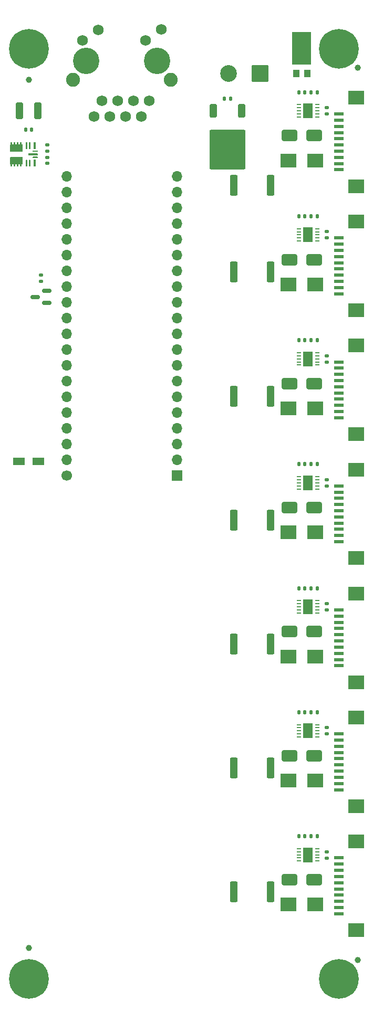
<source format=gts>
G04 #@! TF.GenerationSoftware,KiCad,Pcbnew,7.0.11*
G04 #@! TF.CreationDate,2024-07-26T17:39:16-04:00*
G04 #@! TF.ProjectId,cluster-pcb,636c7573-7465-4722-9d70-63622e6b6963,1.0*
G04 #@! TF.SameCoordinates,Original*
G04 #@! TF.FileFunction,Soldermask,Top*
G04 #@! TF.FilePolarity,Negative*
%FSLAX46Y46*%
G04 Gerber Fmt 4.6, Leading zero omitted, Abs format (unit mm)*
G04 Created by KiCad (PCBNEW 7.0.11) date 2024-07-26 17:39:16*
%MOMM*%
%LPD*%
G01*
G04 APERTURE LIST*
G04 Aperture macros list*
%AMRoundRect*
0 Rectangle with rounded corners*
0 $1 Rounding radius*
0 $2 $3 $4 $5 $6 $7 $8 $9 X,Y pos of 4 corners*
0 Add a 4 corners polygon primitive as box body*
4,1,4,$2,$3,$4,$5,$6,$7,$8,$9,$2,$3,0*
0 Add four circle primitives for the rounded corners*
1,1,$1+$1,$2,$3*
1,1,$1+$1,$4,$5*
1,1,$1+$1,$6,$7*
1,1,$1+$1,$8,$9*
0 Add four rect primitives between the rounded corners*
20,1,$1+$1,$2,$3,$4,$5,0*
20,1,$1+$1,$4,$5,$6,$7,0*
20,1,$1+$1,$6,$7,$8,$9,0*
20,1,$1+$1,$8,$9,$2,$3,0*%
G04 Aperture macros list end*
%ADD10C,1.000000*%
%ADD11R,2.600000X2.300000*%
%ADD12R,1.500000X0.600000*%
%ADD13RoundRect,0.250000X-0.362500X-1.425000X0.362500X-1.425000X0.362500X1.425000X-0.362500X1.425000X0*%
%ADD14RoundRect,0.135000X0.185000X-0.135000X0.185000X0.135000X-0.185000X0.135000X-0.185000X-0.135000X0*%
%ADD15RoundRect,0.250000X-0.325000X-1.100000X0.325000X-1.100000X0.325000X1.100000X-0.325000X1.100000X0*%
%ADD16R,2.500000X2.300000*%
%ADD17RoundRect,0.140000X-0.140000X-0.170000X0.140000X-0.170000X0.140000X0.170000X-0.140000X0.170000X0*%
%ADD18R,0.711200X0.254000*%
%ADD19R,1.600200X2.387600*%
%ADD20RoundRect,0.135000X-0.185000X0.135000X-0.185000X-0.135000X0.185000X-0.135000X0.185000X0.135000X0*%
%ADD21RoundRect,0.150000X0.587500X0.150000X-0.587500X0.150000X-0.587500X-0.150000X0.587500X-0.150000X0*%
%ADD22RoundRect,0.250000X-1.000000X-0.650000X1.000000X-0.650000X1.000000X0.650000X-1.000000X0.650000X0*%
%ADD23RoundRect,0.140000X0.140000X0.170000X-0.140000X0.170000X-0.140000X-0.170000X0.140000X-0.170000X0*%
%ADD24RoundRect,0.102000X1.250000X1.250000X-1.250000X1.250000X-1.250000X-1.250000X1.250000X-1.250000X0*%
%ADD25C,2.704000*%
%ADD26C,6.400000*%
%ADD27RoundRect,0.140000X-0.170000X0.140000X-0.170000X-0.140000X0.170000X-0.140000X0.170000X0.140000X0*%
%ADD28C,2.250000*%
%ADD29C,1.750000*%
%ADD30C,4.250000*%
%ADD31R,1.700000X1.700000*%
%ADD32O,1.700000X1.700000*%
%ADD33C,1.700000*%
%ADD34RoundRect,0.250000X-0.350000X0.850000X-0.350000X-0.850000X0.350000X-0.850000X0.350000X0.850000X0*%
%ADD35RoundRect,0.249997X-2.650003X2.950003X-2.650003X-2.950003X2.650003X-2.950003X2.650003X2.950003X0*%
%ADD36RoundRect,0.102000X0.840000X0.505000X-0.840000X0.505000X-0.840000X-0.505000X0.840000X-0.505000X0*%
%ADD37RoundRect,0.135000X-0.135000X-0.185000X0.135000X-0.185000X0.135000X0.185000X-0.135000X0.185000X0*%
%ADD38R,3.098800X5.207000*%
%ADD39R,0.990600X1.143000*%
%ADD40RoundRect,0.140000X0.170000X-0.140000X0.170000X0.140000X-0.170000X0.140000X-0.170000X-0.140000X0*%
G04 APERTURE END LIST*
G36*
X78549500Y-41700001D02*
G01*
X78549500Y-42699999D01*
X78499500Y-42749999D01*
X78224500Y-42749999D01*
X78174500Y-42699999D01*
X78174500Y-41700001D01*
X78224500Y-41649999D01*
X78499500Y-41649999D01*
X78549500Y-41700001D01*
G37*
G36*
X77675001Y-41700001D02*
G01*
X77675001Y-42699999D01*
X77624999Y-42749999D01*
X77474999Y-42749999D01*
X77424999Y-42699999D01*
X77424999Y-41700001D01*
X77474999Y-41649999D01*
X77624999Y-41649999D01*
X77675001Y-41700001D01*
G37*
G36*
X77175000Y-41700001D02*
G01*
X77175000Y-42699999D01*
X77125000Y-42749999D01*
X76975000Y-42749999D01*
X76925000Y-42699999D01*
X76925000Y-41700001D01*
X76975000Y-41650001D01*
X77125000Y-41650001D01*
X77175000Y-41700001D01*
G37*
G36*
X78850000Y-43025000D02*
G01*
X78850000Y-43175000D01*
X78799998Y-43224999D01*
X78099999Y-43224999D01*
X78049999Y-43175000D01*
X78049999Y-43025000D01*
X78099999Y-42975000D01*
X78799998Y-42975000D01*
X78850000Y-43025000D01*
G37*
G36*
X78849500Y-43500000D02*
G01*
X78849500Y-43700000D01*
X78799500Y-43750000D01*
X77374499Y-43750000D01*
X77324499Y-43700000D01*
X77324499Y-43500000D01*
X77374499Y-43450000D01*
X78799500Y-43450000D01*
X78849500Y-43500000D01*
G37*
G36*
X78849998Y-44025000D02*
G01*
X78849998Y-44175000D01*
X78799998Y-44225000D01*
X78099999Y-44225000D01*
X78049999Y-44175000D01*
X78049999Y-44025000D01*
X78099999Y-43975001D01*
X78799998Y-43975001D01*
X78849998Y-44025000D01*
G37*
G36*
X77675001Y-44500001D02*
G01*
X77675001Y-45499999D01*
X77624999Y-45550001D01*
X77474999Y-45550001D01*
X77424999Y-45499999D01*
X77424999Y-44500001D01*
X77474999Y-44450001D01*
X77624999Y-44450001D01*
X77675001Y-44500001D01*
G37*
G36*
X77175000Y-44500001D02*
G01*
X77175000Y-45499999D01*
X77125000Y-45549999D01*
X76975000Y-45549999D01*
X76925000Y-45499999D01*
X76925000Y-44500001D01*
X76975000Y-44450001D01*
X77125000Y-44450001D01*
X77175000Y-44500001D01*
G37*
G36*
X78549500Y-44500001D02*
G01*
X78549500Y-45499999D01*
X78499500Y-45550001D01*
X78224500Y-45550001D01*
X78174500Y-45499999D01*
X78174500Y-44500001D01*
X78224500Y-44450001D01*
X78499500Y-44450001D01*
X78549500Y-44500001D01*
G37*
G36*
X74725000Y-41700001D02*
G01*
X74725000Y-41974999D01*
X74774999Y-42024999D01*
X74924999Y-42024999D01*
X74975002Y-41974999D01*
X74974999Y-41700001D01*
X75024999Y-41649999D01*
X75175001Y-41649999D01*
X75224999Y-41700001D01*
X75225001Y-41974999D01*
X75275001Y-42024999D01*
X75425001Y-42024999D01*
X75475001Y-41974999D01*
X75475001Y-41700001D01*
X75525000Y-41649999D01*
X75675000Y-41649999D01*
X75725000Y-41700001D01*
X75725000Y-41974999D01*
X75775000Y-42024999D01*
X75925002Y-42025002D01*
X75975000Y-41974999D01*
X75975002Y-41700001D01*
X76024999Y-41649999D01*
X76175002Y-41649999D01*
X76224999Y-41700001D01*
X76225002Y-41975002D01*
X76275002Y-42024999D01*
X76375027Y-42025004D01*
X76424999Y-42074999D01*
X76424989Y-43100001D01*
X76374999Y-43150001D01*
X74425003Y-43150003D01*
X74375000Y-43100004D01*
X74375000Y-42075002D01*
X74425003Y-42024999D01*
X74425000Y-42024999D01*
X74475000Y-41974999D01*
X74475000Y-41700001D01*
X74525000Y-41649999D01*
X74675000Y-41649999D01*
X74725000Y-41700001D01*
G37*
G36*
X76374999Y-44049999D02*
G01*
X76424994Y-44099999D01*
X76424999Y-45125001D01*
X76375022Y-45174996D01*
X76275002Y-45175001D01*
X76224999Y-45224998D01*
X76224999Y-45499999D01*
X76174999Y-45550001D01*
X76024999Y-45550001D01*
X75975002Y-45499999D01*
X75975000Y-45225001D01*
X75925002Y-45175001D01*
X75775000Y-45175001D01*
X75725000Y-45225001D01*
X75725000Y-45499999D01*
X75675000Y-45550001D01*
X75525000Y-45549999D01*
X75475001Y-45499999D01*
X75475001Y-45225001D01*
X75425001Y-45175001D01*
X75275001Y-45175001D01*
X75225001Y-45225001D01*
X75224999Y-45499999D01*
X75175001Y-45550001D01*
X75024999Y-45550001D01*
X74974999Y-45499999D01*
X74974999Y-45225001D01*
X74924999Y-45175001D01*
X74774999Y-45175001D01*
X74725000Y-45225001D01*
X74725000Y-45499999D01*
X74675000Y-45550001D01*
X74525000Y-45549999D01*
X74475000Y-45499999D01*
X74475000Y-45225001D01*
X74425000Y-45175001D01*
X74425003Y-45175001D01*
X74375000Y-45125001D01*
X74375000Y-44099999D01*
X74425003Y-44049997D01*
X76374999Y-44049999D01*
G37*
D10*
X77400000Y-31600000D03*
D11*
X130150000Y-134450000D03*
X130150000Y-148750000D03*
D12*
X127400000Y-146100000D03*
X127400000Y-145099999D03*
X127400000Y-144099999D03*
X127400000Y-143099998D03*
X127400000Y-142099998D03*
X127400000Y-141100000D03*
X127400000Y-140099999D03*
X127400000Y-139099999D03*
X127400000Y-138099998D03*
X127400000Y-137099998D03*
D13*
X110437500Y-142600000D03*
X116362500Y-142600000D03*
D14*
X125400000Y-57110000D03*
X125400000Y-56090000D03*
D15*
X75925000Y-36600000D03*
X78875000Y-36600000D03*
D14*
X125400000Y-137110000D03*
X125400000Y-136090000D03*
D16*
X123550000Y-44600000D03*
X119250000Y-44600000D03*
D17*
X120920000Y-73600000D03*
X121880000Y-73600000D03*
D14*
X125400000Y-157110000D03*
X125400000Y-156090000D03*
D18*
X120901400Y-35599999D03*
X120901400Y-36100001D03*
X120901400Y-36600000D03*
X120901400Y-37099999D03*
X120901400Y-37600001D03*
X123898600Y-37600001D03*
X123898600Y-37099999D03*
X123898600Y-36600000D03*
X123898600Y-36100001D03*
X123898600Y-35599999D03*
D19*
X122400000Y-36600000D03*
D20*
X79400000Y-63090000D03*
X79400000Y-64110000D03*
D21*
X80337500Y-67550000D03*
X80337500Y-65650000D03*
X78462500Y-66600000D03*
D11*
X130150000Y-34450000D03*
X130150000Y-48750000D03*
D12*
X127400000Y-46100000D03*
X127400000Y-45099999D03*
X127400000Y-44099999D03*
X127400000Y-43099998D03*
X127400000Y-42099998D03*
X127400000Y-41100000D03*
X127400000Y-40099999D03*
X127400000Y-39099999D03*
X127400000Y-38099998D03*
X127400000Y-37099998D03*
D13*
X110437500Y-102600000D03*
X116362500Y-102600000D03*
D22*
X119400000Y-140600000D03*
X123400000Y-140600000D03*
D17*
X120920000Y-53600000D03*
X121880000Y-53600000D03*
D23*
X123880000Y-153600000D03*
X122920000Y-153600000D03*
D24*
X114652500Y-30600000D03*
D25*
X109572500Y-30600000D03*
D17*
X120920000Y-113600000D03*
X121880000Y-113600000D03*
X120920000Y-93600000D03*
X121880000Y-93600000D03*
D16*
X123550000Y-84600000D03*
X119250000Y-84600000D03*
D26*
X127400000Y-176600000D03*
D18*
X120901400Y-95599999D03*
X120901400Y-96100001D03*
X120901400Y-96600000D03*
X120901400Y-97099999D03*
X120901400Y-97600001D03*
X123898600Y-97600001D03*
X123898600Y-97099999D03*
X123898600Y-96600000D03*
X123898600Y-96100001D03*
X123898600Y-95599999D03*
D19*
X122400000Y-96600000D03*
D17*
X120920000Y-153600000D03*
X121880000Y-153600000D03*
D13*
X110437500Y-48600000D03*
X116362500Y-48600000D03*
D18*
X120901400Y-115599999D03*
X120901400Y-116100001D03*
X120901400Y-116600000D03*
X120901400Y-117099999D03*
X120901400Y-117600001D03*
X123898600Y-117600001D03*
X123898600Y-117099999D03*
X123898600Y-116600000D03*
X123898600Y-116100001D03*
X123898600Y-115599999D03*
D19*
X122400000Y-116600000D03*
D14*
X125400000Y-117110000D03*
X125400000Y-116090000D03*
X125400000Y-37110000D03*
X125400000Y-36090000D03*
D18*
X120901400Y-135599999D03*
X120901400Y-136100001D03*
X120901400Y-136600000D03*
X120901400Y-137099999D03*
X120901400Y-137600001D03*
X123898600Y-137600001D03*
X123898600Y-137099999D03*
X123898600Y-136600000D03*
X123898600Y-136100001D03*
X123898600Y-135599999D03*
D19*
X122400000Y-136600000D03*
D11*
X130150000Y-54450000D03*
X130150000Y-68750000D03*
D12*
X127400000Y-66100000D03*
X127400000Y-65099999D03*
X127400000Y-64099999D03*
X127400000Y-63099998D03*
X127400000Y-62099998D03*
X127400000Y-61100000D03*
X127400000Y-60099999D03*
X127400000Y-59099999D03*
X127400000Y-58099998D03*
X127400000Y-57099998D03*
D11*
X130150000Y-114450000D03*
X130150000Y-128750000D03*
D12*
X127400000Y-126100000D03*
X127400000Y-125099999D03*
X127400000Y-124099999D03*
X127400000Y-123099998D03*
X127400000Y-122099998D03*
X127400000Y-121100000D03*
X127400000Y-120099999D03*
X127400000Y-119099999D03*
X127400000Y-118099998D03*
X127400000Y-117099998D03*
D13*
X110437500Y-122600000D03*
X116362500Y-122600000D03*
D23*
X123880000Y-113600000D03*
X122920000Y-113600000D03*
D27*
X80400000Y-42120000D03*
X80400000Y-43080000D03*
D23*
X123880000Y-53600000D03*
X122920000Y-53600000D03*
D28*
X100274998Y-31612500D03*
D29*
X98725000Y-23482500D03*
D30*
X98115000Y-28562500D03*
D29*
X96845000Y-34932500D03*
X96185000Y-25202500D03*
X95575000Y-37472500D03*
X94305000Y-34932500D03*
X93035000Y-37472500D03*
X91765000Y-34932500D03*
X90495000Y-37472500D03*
X89225000Y-34932500D03*
X88615000Y-23502500D03*
X87955000Y-37472500D03*
D30*
X86685000Y-28562500D03*
D29*
X86075000Y-25202500D03*
D28*
X84525002Y-31612500D03*
D31*
X101290000Y-95462500D03*
D32*
X101290000Y-92922500D03*
X101290000Y-90382500D03*
X101290000Y-87842500D03*
X101290000Y-85302500D03*
X101290000Y-82762500D03*
X101290000Y-80222500D03*
X101290000Y-77682500D03*
X101290000Y-75142500D03*
X101290000Y-72602500D03*
X101290000Y-70062500D03*
X101290000Y-67522500D03*
X101290000Y-64982500D03*
X101290000Y-62442500D03*
X101290000Y-59902500D03*
X101290000Y-57362500D03*
X101290000Y-54822500D03*
X101290000Y-52282500D03*
X101290000Y-49742500D03*
X101290000Y-47202500D03*
X83510000Y-47202500D03*
X83510000Y-49742500D03*
X83510000Y-52282500D03*
X83510000Y-54822500D03*
X83510000Y-57362500D03*
X83510000Y-59902500D03*
X83510000Y-62442500D03*
X83510000Y-64982500D03*
X83510000Y-67522500D03*
X83510000Y-70062500D03*
X83510000Y-72602500D03*
X83510000Y-75142500D03*
X83510000Y-77682500D03*
X83510000Y-80222500D03*
X83510000Y-82762500D03*
X83510000Y-85302500D03*
X83510000Y-87842500D03*
X83510000Y-90382500D03*
X83510000Y-92922500D03*
D33*
X83510000Y-95462500D03*
D34*
X111680000Y-36560000D03*
D35*
X109400000Y-42860000D03*
D34*
X107120000Y-36560000D03*
D16*
X123550000Y-144600000D03*
X119250000Y-144600000D03*
D22*
X119400000Y-160600000D03*
X123400000Y-160600000D03*
D18*
X120901400Y-155599999D03*
X120901400Y-156100001D03*
X120901400Y-156600000D03*
X120901400Y-157099999D03*
X120901400Y-157600001D03*
X123898600Y-157600001D03*
X123898600Y-157099999D03*
X123898600Y-156600000D03*
X123898600Y-156100001D03*
X123898600Y-155599999D03*
D19*
X122400000Y-156600000D03*
D36*
X78970000Y-93100000D03*
X75830000Y-93100000D03*
D17*
X120920000Y-33600000D03*
X121880000Y-33600000D03*
D23*
X123880000Y-133600000D03*
X122920000Y-133600000D03*
D11*
X130150000Y-154450000D03*
X130150000Y-168750000D03*
D12*
X127400000Y-166100000D03*
X127400000Y-165099999D03*
X127400000Y-164099999D03*
X127400000Y-163099998D03*
X127400000Y-162099998D03*
X127400000Y-161100000D03*
X127400000Y-160099999D03*
X127400000Y-159099999D03*
X127400000Y-158099998D03*
X127400000Y-157099998D03*
D18*
X120901400Y-75599999D03*
X120901400Y-76100001D03*
X120901400Y-76600000D03*
X120901400Y-77099999D03*
X120901400Y-77600001D03*
X123898600Y-77600001D03*
X123898600Y-77099999D03*
X123898600Y-76600000D03*
X123898600Y-76100001D03*
X123898600Y-75599999D03*
D19*
X122400000Y-76600000D03*
D17*
X76920000Y-39600000D03*
X77880000Y-39600000D03*
D22*
X119400000Y-100600000D03*
X123400000Y-100600000D03*
D26*
X77400000Y-26600000D03*
D13*
X110437500Y-82600000D03*
X116362500Y-82600000D03*
D18*
X120901400Y-55599999D03*
X120901400Y-56100001D03*
X120901400Y-56600000D03*
X120901400Y-57099999D03*
X120901400Y-57600001D03*
X123898600Y-57600001D03*
X123898600Y-57099999D03*
X123898600Y-56600000D03*
X123898600Y-56100001D03*
X123898600Y-55599999D03*
D19*
X122400000Y-56600000D03*
D22*
X119400000Y-40600000D03*
X123400000Y-40600000D03*
D14*
X125400000Y-77110000D03*
X125400000Y-76090000D03*
D23*
X123880000Y-93600000D03*
X122920000Y-93600000D03*
D22*
X119400000Y-60600000D03*
X123400000Y-60600000D03*
D16*
X123550000Y-164600000D03*
X119250000Y-164600000D03*
D22*
X119400000Y-80600000D03*
X123400000Y-80600000D03*
D37*
X108890000Y-34600000D03*
X109910000Y-34600000D03*
D13*
X110437500Y-62600000D03*
X116362500Y-62600000D03*
D10*
X130400000Y-173600000D03*
D16*
X123550000Y-124600000D03*
X119250000Y-124600000D03*
D38*
X121400000Y-26545900D03*
D39*
X120479999Y-30533700D03*
X122320001Y-30533700D03*
D14*
X125400000Y-97110000D03*
X125400000Y-96090000D03*
D11*
X130150000Y-94450000D03*
X130150000Y-108750000D03*
D12*
X127400000Y-106100000D03*
X127400000Y-105099999D03*
X127400000Y-104099999D03*
X127400000Y-103099998D03*
X127400000Y-102099998D03*
X127400000Y-101100000D03*
X127400000Y-100099999D03*
X127400000Y-99099999D03*
X127400000Y-98099998D03*
X127400000Y-97099998D03*
D23*
X123880000Y-33600000D03*
X122920000Y-33600000D03*
X123880000Y-73600000D03*
X122920000Y-73600000D03*
D26*
X127400000Y-26600000D03*
D10*
X130400000Y-29600000D03*
X77400000Y-171600000D03*
D13*
X110437500Y-162600000D03*
X116362500Y-162600000D03*
D16*
X123550000Y-104600000D03*
X119250000Y-104600000D03*
D11*
X130150000Y-74450000D03*
X130150000Y-88750000D03*
D12*
X127400000Y-86100000D03*
X127400000Y-85099999D03*
X127400000Y-84099999D03*
X127400000Y-83099998D03*
X127400000Y-82099998D03*
X127400000Y-81100000D03*
X127400000Y-80099999D03*
X127400000Y-79099999D03*
X127400000Y-78099998D03*
X127400000Y-77099998D03*
D17*
X120920000Y-133600000D03*
X121880000Y-133600000D03*
D16*
X123550000Y-64600000D03*
X119250000Y-64600000D03*
D26*
X77400000Y-176600000D03*
D40*
X80400000Y-45080000D03*
X80400000Y-44120000D03*
D22*
X119400000Y-120600000D03*
X123400000Y-120600000D03*
M02*

</source>
